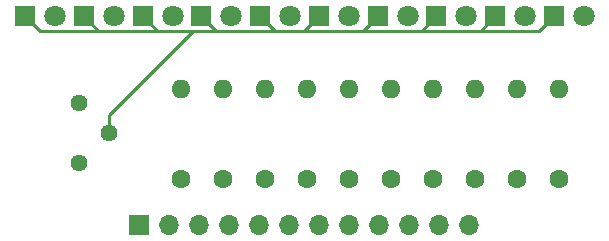
<source format=gbr>
%TF.GenerationSoftware,KiCad,Pcbnew,6.0.11-2627ca5db0~126~ubuntu22.04.1*%
%TF.CreationDate,2023-08-06T20:15:41-06:00*%
%TF.ProjectId,LED-Bank,4c45442d-4261-46e6-9b2e-6b696361645f,rev?*%
%TF.SameCoordinates,Original*%
%TF.FileFunction,Copper,L2,Bot*%
%TF.FilePolarity,Positive*%
%FSLAX46Y46*%
G04 Gerber Fmt 4.6, Leading zero omitted, Abs format (unit mm)*
G04 Created by KiCad (PCBNEW 6.0.11-2627ca5db0~126~ubuntu22.04.1) date 2023-08-06 20:15:41*
%MOMM*%
%LPD*%
G01*
G04 APERTURE LIST*
%TA.AperFunction,ComponentPad*%
%ADD10C,1.440000*%
%TD*%
%TA.AperFunction,ComponentPad*%
%ADD11C,1.600000*%
%TD*%
%TA.AperFunction,ComponentPad*%
%ADD12O,1.600000X1.600000*%
%TD*%
%TA.AperFunction,ComponentPad*%
%ADD13R,1.700000X1.700000*%
%TD*%
%TA.AperFunction,ComponentPad*%
%ADD14O,1.700000X1.700000*%
%TD*%
%TA.AperFunction,ComponentPad*%
%ADD15C,1.800000*%
%TD*%
%TA.AperFunction,ComponentPad*%
%ADD16R,1.800000X1.800000*%
%TD*%
%TA.AperFunction,Conductor*%
%ADD17C,0.250000*%
%TD*%
G04 APERTURE END LIST*
D10*
%TO.P,RV1,1,1*%
%TO.N,Net-(J1-Pad1)*%
X157312430Y-120162094D03*
%TO.P,RV1,2,2*%
%TO.N,Net-(RV1-Pad2)*%
X159852430Y-117622094D03*
%TO.P,RV1,3,3*%
%TO.N,Net-(J1-Pad2)*%
X157312430Y-115082094D03*
%TD*%
D11*
%TO.P,R10,1*%
%TO.N,Net-(J1-Pad12)*%
X197931192Y-121522094D03*
D12*
%TO.P,R10,2*%
%TO.N,Net-(R10-Pad2)*%
X197931192Y-113902094D03*
%TD*%
D11*
%TO.P,R9,1*%
%TO.N,Net-(J1-Pad11)*%
X194376744Y-121522094D03*
D12*
%TO.P,R9,2*%
%TO.N,Net-(R9-Pad2)*%
X194376744Y-113902094D03*
%TD*%
D11*
%TO.P,R8,1*%
%TO.N,Net-(J1-Pad10)*%
X190822300Y-121522094D03*
D12*
%TO.P,R8,2*%
%TO.N,Net-(R8-Pad2)*%
X190822300Y-113902094D03*
%TD*%
D11*
%TO.P,R7,1*%
%TO.N,Net-(J1-Pad9)*%
X187267856Y-121522094D03*
D12*
%TO.P,R7,2*%
%TO.N,Net-(D7-Pad2)*%
X187267856Y-113902094D03*
%TD*%
D11*
%TO.P,R6,1*%
%TO.N,Net-(J1-Pad8)*%
X183713412Y-121522094D03*
D12*
%TO.P,R6,2*%
%TO.N,Net-(R6-Pad2)*%
X183713412Y-113902094D03*
%TD*%
D11*
%TO.P,R5,1*%
%TO.N,Net-(J1-Pad7)*%
X180158968Y-121522094D03*
D12*
%TO.P,R5,2*%
%TO.N,Net-(D5-Pad2)*%
X180158968Y-113902094D03*
%TD*%
D11*
%TO.P,R4,1*%
%TO.N,Net-(J1-Pad6)*%
X176604524Y-121522094D03*
D12*
%TO.P,R4,2*%
%TO.N,Net-(R4-Pad2)*%
X176604524Y-113902094D03*
%TD*%
D11*
%TO.P,R3,1*%
%TO.N,Net-(J1-Pad5)*%
X173050080Y-121522094D03*
D12*
%TO.P,R3,2*%
%TO.N,Net-(R3-Pad2)*%
X173050080Y-113902094D03*
%TD*%
D11*
%TO.P,R2,1*%
%TO.N,Net-(J1-Pad4)*%
X169495636Y-121522094D03*
D12*
%TO.P,R2,2*%
%TO.N,Net-(D2-Pad2)*%
X169495636Y-113902094D03*
%TD*%
D11*
%TO.P,R1,1*%
%TO.N,Net-(J1-Pad3)*%
X165941192Y-121522094D03*
D12*
%TO.P,R1,2*%
%TO.N,Net-(R1-Pad2)*%
X165941192Y-113902094D03*
%TD*%
D13*
%TO.P,J1,1,Pin_1*%
%TO.N,Net-(J1-Pad1)*%
X162417430Y-125451618D03*
D14*
%TO.P,J1,2,Pin_2*%
%TO.N,Net-(J1-Pad2)*%
X164957430Y-125451618D03*
%TO.P,J1,3,Pin_3*%
%TO.N,Net-(J1-Pad3)*%
X167497430Y-125451618D03*
%TO.P,J1,4,Pin_4*%
%TO.N,Net-(J1-Pad4)*%
X170037430Y-125451618D03*
%TO.P,J1,5,Pin_5*%
%TO.N,Net-(J1-Pad5)*%
X172577430Y-125451618D03*
%TO.P,J1,6,Pin_6*%
%TO.N,Net-(J1-Pad6)*%
X175117430Y-125451618D03*
%TO.P,J1,7,Pin_7*%
%TO.N,Net-(J1-Pad7)*%
X177657430Y-125451618D03*
%TO.P,J1,8,Pin_8*%
%TO.N,Net-(J1-Pad8)*%
X180197430Y-125451618D03*
%TO.P,J1,9,Pin_9*%
%TO.N,Net-(J1-Pad9)*%
X182737430Y-125451618D03*
%TO.P,J1,10,Pin_10*%
%TO.N,Net-(J1-Pad10)*%
X185277430Y-125451618D03*
%TO.P,J1,11,Pin_11*%
%TO.N,Net-(J1-Pad11)*%
X187817430Y-125451618D03*
%TO.P,J1,12,Pin_12*%
%TO.N,Net-(J1-Pad12)*%
X190357430Y-125451618D03*
%TD*%
D15*
%TO.P,D10,2,A*%
%TO.N,Net-(R10-Pad2)*%
X200033692Y-107752094D03*
D16*
%TO.P,D10,1,K*%
%TO.N,Net-(RV1-Pad2)*%
X197493692Y-107752094D03*
%TD*%
D15*
%TO.P,D9,2,A*%
%TO.N,Net-(R9-Pad2)*%
X195061185Y-107752094D03*
D16*
%TO.P,D9,1,K*%
%TO.N,Net-(RV1-Pad2)*%
X192521185Y-107752094D03*
%TD*%
D15*
%TO.P,D8,2,A*%
%TO.N,Net-(R8-Pad2)*%
X190088683Y-107752094D03*
D16*
%TO.P,D8,1,K*%
%TO.N,Net-(RV1-Pad2)*%
X187548683Y-107752094D03*
%TD*%
D15*
%TO.P,D7,2,A*%
%TO.N,Net-(D7-Pad2)*%
X185116181Y-107752094D03*
D16*
%TO.P,D7,1,K*%
%TO.N,Net-(RV1-Pad2)*%
X182576181Y-107752094D03*
%TD*%
D15*
%TO.P,D6,2,A*%
%TO.N,Net-(R6-Pad2)*%
X180143679Y-107752094D03*
D16*
%TO.P,D6,1,K*%
%TO.N,Net-(RV1-Pad2)*%
X177603679Y-107752094D03*
%TD*%
D15*
%TO.P,D5,2,A*%
%TO.N,Net-(D5-Pad2)*%
X175171177Y-107752094D03*
D16*
%TO.P,D5,1,K*%
%TO.N,Net-(RV1-Pad2)*%
X172631177Y-107752094D03*
%TD*%
D15*
%TO.P,D4,2,A*%
%TO.N,Net-(R4-Pad2)*%
X170198675Y-107752094D03*
D16*
%TO.P,D4,1,K*%
%TO.N,Net-(RV1-Pad2)*%
X167658675Y-107752094D03*
%TD*%
D15*
%TO.P,D3,2,A*%
%TO.N,Net-(R3-Pad2)*%
X165226173Y-107752094D03*
D16*
%TO.P,D3,1,K*%
%TO.N,Net-(RV1-Pad2)*%
X162686173Y-107752094D03*
%TD*%
%TO.P,D2,1,K*%
%TO.N,Net-(RV1-Pad2)*%
X157713671Y-107752094D03*
D15*
%TO.P,D2,2,A*%
%TO.N,Net-(D2-Pad2)*%
X160253671Y-107752094D03*
%TD*%
D16*
%TO.P,D1,1,K*%
%TO.N,Net-(RV1-Pad2)*%
X152741169Y-107752094D03*
D15*
%TO.P,D1,2,A*%
%TO.N,Net-(R1-Pad2)*%
X155281169Y-107752094D03*
%TD*%
D17*
%TO.N,Net-(RV1-Pad2)*%
X180731954Y-108977094D02*
X184752906Y-108977094D01*
X184752906Y-108977094D02*
X189832906Y-108977094D01*
X187548683Y-107752094D02*
X186323683Y-108977094D01*
X186323683Y-108977094D02*
X184752906Y-108977094D01*
X189832906Y-108977094D02*
X196268692Y-108977094D01*
X192521185Y-107752094D02*
X191296185Y-108977094D01*
X191296185Y-108977094D02*
X189832906Y-108977094D01*
X165491954Y-108977094D02*
X166972906Y-108977094D01*
X166972906Y-108977094D02*
X169512906Y-108977094D01*
X159852430Y-117622094D02*
X159852430Y-116097570D01*
X159852430Y-116097570D02*
X166972906Y-108977094D01*
X153966169Y-108977094D02*
X161892906Y-108977094D01*
X152741169Y-107752094D02*
X153966169Y-108977094D01*
X175651954Y-108977094D02*
X180731954Y-108977094D01*
X182576181Y-107752094D02*
X181351181Y-108977094D01*
X181351181Y-108977094D02*
X180731954Y-108977094D01*
X174592906Y-108977094D02*
X175651954Y-108977094D01*
X176378679Y-108977094D02*
X175651954Y-108977094D01*
X177603679Y-107752094D02*
X176378679Y-108977094D01*
X169512906Y-108977094D02*
X174592906Y-108977094D01*
X172631177Y-107752094D02*
X173856177Y-108977094D01*
X173856177Y-108977094D02*
X174592906Y-108977094D01*
X167658675Y-107752094D02*
X168883675Y-108977094D01*
X168883675Y-108977094D02*
X169512906Y-108977094D01*
X161892906Y-108977094D02*
X165491954Y-108977094D01*
X162686173Y-107752094D02*
X163911173Y-108977094D01*
X163911173Y-108977094D02*
X165491954Y-108977094D01*
X157713671Y-107752094D02*
X158938671Y-108977094D01*
X158938671Y-108977094D02*
X161892906Y-108977094D01*
X196268692Y-108977094D02*
X197493692Y-107752094D01*
%TD*%
M02*

</source>
